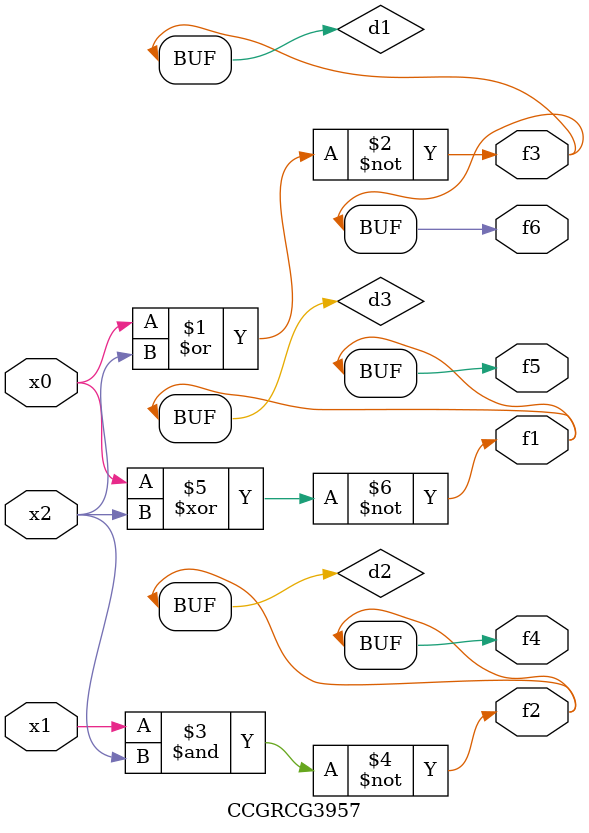
<source format=v>
module CCGRCG3957(
	input x0, x1, x2,
	output f1, f2, f3, f4, f5, f6
);

	wire d1, d2, d3;

	nor (d1, x0, x2);
	nand (d2, x1, x2);
	xnor (d3, x0, x2);
	assign f1 = d3;
	assign f2 = d2;
	assign f3 = d1;
	assign f4 = d2;
	assign f5 = d3;
	assign f6 = d1;
endmodule

</source>
